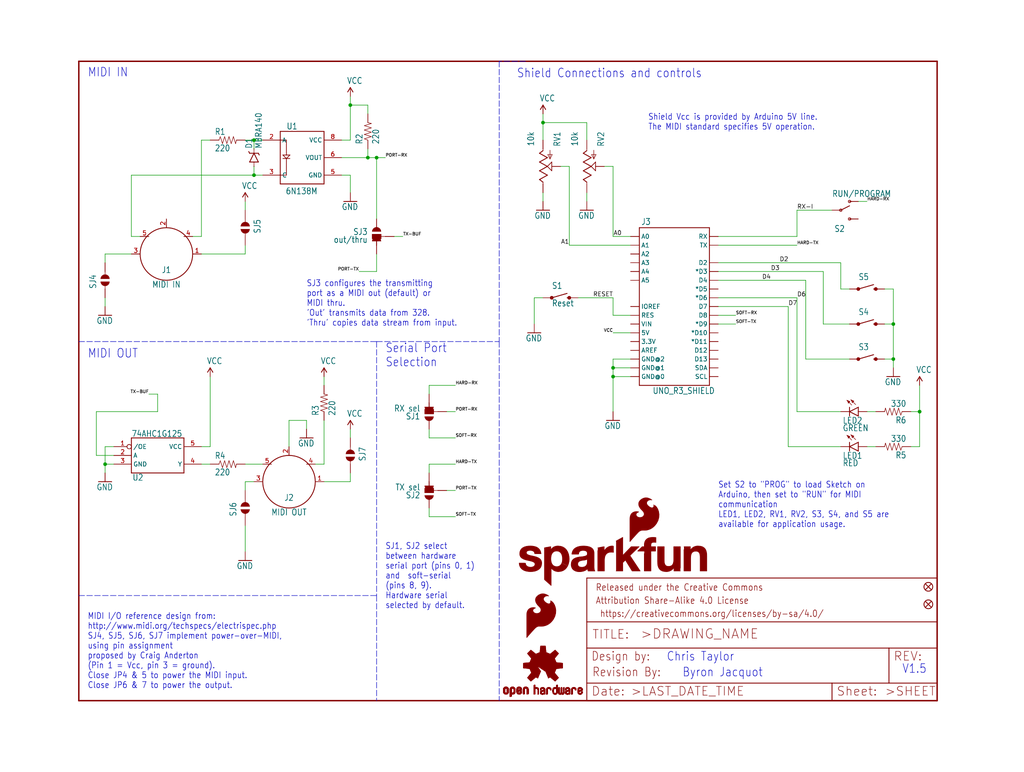
<source format=kicad_sch>
(kicad_sch (version 20211123) (generator eeschema)
  (paper "User" 297.002 223.926)
  (lib_symbols
    (symbol "schematicEagle-eagle-import:220OHM-1{slash}10W-1%(0603)"
      (property "Reference" "R" (at -3.81 1.4986 0))
      (property "Value" "220OHM-1{slash}10W-1%(0603)" (at -3.81 -3.302 0))
      (symbol "220OHM-1{slash}10W-1%(0603)_1_0"
        (pin passive line (at -5.08 0 0) (length 2.54) (name "1") (number "1"))
        (pin passive line (at 5.08 0 180) (length 2.54) (name "2") (number "2"))
      )
    )
    (symbol "schematicEagle-eagle-import:330OHM1{slash}10W1%(0603)"
      (property "Reference" "R" (at -3.81 1.4986 0))
      (property "Value" "330OHM1{slash}10W1%(0603)" (at -3.81 -3.302 0))
      (symbol "330OHM1{slash}10W1%(0603)_1_0"
        (pin passive line (at -5.08 0 0) (length 2.54) (name "1") (number "1"))
        (pin passive line (at 5.08 0 180) (length 2.54) (name "2") (number "2"))
      )
    )
    (symbol "schematicEagle-eagle-import:5-PIN-CIRCULAR-DINNEW"
      (property "Reference" "J" (at 0 -5.588 0))
      (property "Value" "5-PIN-CIRCULAR-DINNEW" (at 0 -7.874 0))
      (symbol "5-PIN-CIRCULAR-DINNEW_1_0"
        (pin bidirectional line (at 10.16 0 180) (length 2.54) (name "1") (number "1"))
        (pin bidirectional line (at 0 10.16 270) (length 2.54) (name "2") (number "2"))
        (pin bidirectional line (at -10.16 0 0) (length 2.54) (name "3") (number "3"))
        (pin bidirectional line (at 7.62 5.08 180) (length 2.54) (name "4") (number "4"))
        (pin bidirectional line (at -7.62 5.08 0) (length 2.54) (name "5") (number "5"))
      )
    )
    (symbol "schematicEagle-eagle-import:74AHC1G125"
      (property "Reference" "U" (at -7.366 -7.366 0))
      (property "Value" "74AHC1G125" (at -7.62 5.334 0))
      (symbol "74AHC1G125_1_0"
        (pin bidirectional inverted (at -12.7 2.54 0) (length 5.08) (name "/OE") (number "1"))
        (pin bidirectional line (at -12.7 0 0) (length 5.08) (name "A") (number "2"))
        (pin bidirectional line (at -12.7 -2.54 0) (length 5.08) (name "GND") (number "3"))
        (pin bidirectional line (at 12.7 -2.54 180) (length 5.08) (name "Y") (number "4"))
        (pin bidirectional line (at 12.7 2.54 180) (length 5.08) (name "VCC") (number "5"))
      )
    )
    (symbol "schematicEagle-eagle-import:ARDUINO_R3_SHIELD"
      (property "Reference" "J" (at -9.652 21.082 0))
      (property "Value" "ARDUINO_R3_SHIELD" (at -6.35 -27.94 0))
      (symbol "ARDUINO_R3_SHIELD_1_0"
        (pin bidirectional line (at -12.7 -12.7 0) (length 2.54) (name "3.3V") (number "3.3V"))
        (pin bidirectional line (at -12.7 -10.16 0) (length 2.54) (name "5V") (number "5V"))
        (pin bidirectional line (at -12.7 17.78 0) (length 2.54) (name "A0") (number "A0"))
        (pin bidirectional line (at -12.7 15.24 0) (length 2.54) (name "A1") (number "A1"))
        (pin bidirectional line (at -12.7 12.7 0) (length 2.54) (name "A2") (number "A2"))
        (pin bidirectional line (at -12.7 10.16 0) (length 2.54) (name "A3") (number "A3"))
        (pin bidirectional line (at -12.7 7.62 0) (length 2.54) (name "A4") (number "A4"))
        (pin bidirectional line (at -12.7 5.08 0) (length 2.54) (name "A5") (number "A5"))
        (pin bidirectional line (at -12.7 -15.24 0) (length 2.54) (name "AREF") (number "AREF"))
        (pin bidirectional line (at 12.7 -10.16 180) (length 2.54) (name "*D10") (number "D10"))
        (pin bidirectional line (at 12.7 -12.7 180) (length 2.54) (name "*D11") (number "D11"))
        (pin bidirectional line (at 12.7 -15.24 180) (length 2.54) (name "D12") (number "D12"))
        (pin bidirectional line (at 12.7 -17.78 180) (length 2.54) (name "D13") (number "D13"))
        (pin bidirectional line (at 12.7 10.16 180) (length 2.54) (name "D2") (number "D2"))
        (pin bidirectional line (at 12.7 7.62 180) (length 2.54) (name "*D3") (number "D3"))
        (pin bidirectional line (at 12.7 5.08 180) (length 2.54) (name "D4") (number "D4"))
        (pin bidirectional line (at 12.7 2.54 180) (length 2.54) (name "*D5") (number "D5"))
        (pin bidirectional line (at 12.7 0 180) (length 2.54) (name "*D6") (number "D6"))
        (pin bidirectional line (at 12.7 -2.54 180) (length 2.54) (name "D7") (number "D7"))
        (pin bidirectional line (at 12.7 -5.08 180) (length 2.54) (name "D8") (number "D8"))
        (pin bidirectional line (at 12.7 -7.62 180) (length 2.54) (name "*D9") (number "D9"))
        (pin bidirectional line (at -12.7 -22.86 0) (length 2.54) (name "GND@0") (number "GND@0"))
        (pin bidirectional line (at -12.7 -20.32 0) (length 2.54) (name "GND@1") (number "GND@1"))
        (pin bidirectional line (at -12.7 -17.78 0) (length 2.54) (name "GND@2") (number "GND@2"))
        (pin bidirectional line (at -12.7 -2.54 0) (length 2.54) (name "IOREF") (number "IOREF"))
        (pin bidirectional line (at -12.7 -5.08 0) (length 2.54) (name "RES") (number "RES"))
        (pin bidirectional line (at 12.7 17.78 180) (length 2.54) (name "RX") (number "RX"))
        (pin bidirectional line (at 12.7 -22.86 180) (length 2.54) (name "SCL") (number "SCL"))
        (pin bidirectional line (at 12.7 -20.32 180) (length 2.54) (name "SDA") (number "SDA"))
        (pin bidirectional line (at 12.7 15.24 180) (length 2.54) (name "TX") (number "TX"))
        (pin bidirectional line (at -12.7 -7.62 0) (length 2.54) (name "VIN") (number "VIN"))
      )
    )
    (symbol "schematicEagle-eagle-import:FIDUCIALUFIDUCIAL")
    (symbol "schematicEagle-eagle-import:FRAME-LETTER"
      (symbol "FRAME-LETTER_2_0"
        (text " https://creativecommons.org/licenses/by-sa/4.0/" (at 2.54 24.13 0) (effects (font (size 1.9304 1.6408)) (justify left bottom)))
        (text ">DRAWING_NAME" (at 15.494 17.78 0) (effects (font (size 2.7432 2.7432)) (justify left bottom)))
        (text ">LAST_DATE_TIME" (at 12.7 1.27 0) (effects (font (size 2.54 2.54)) (justify left bottom)))
        (text ">SHEET" (at 86.36 1.27 0) (effects (font (size 2.54 2.54)) (justify left bottom)))
        (text "Attribution Share-Alike 4.0 License" (at 2.54 27.94 0) (effects (font (size 1.9304 1.6408)) (justify left bottom)))
        (text "Date:" (at 1.27 1.27 0) (effects (font (size 2.54 2.54)) (justify left bottom)))
        (text "Design by:" (at 1.27 11.43 0) (effects (font (size 2.54 2.159)) (justify left bottom)))
        (text "Released under the Creative Commons" (at 2.54 31.75 0) (effects (font (size 1.9304 1.6408)) (justify left bottom)))
        (text "REV:" (at 88.9 11.43 0) (effects (font (size 2.54 2.54)) (justify left bottom)))
        (text "Sheet:" (at 72.39 1.27 0) (effects (font (size 2.54 2.54)) (justify left bottom)))
        (text "TITLE:" (at 1.524 17.78 0) (effects (font (size 2.54 2.54)) (justify left bottom)))
      )
    )
    (symbol "schematicEagle-eagle-import:GND" (power)
      (property "Value" "GND" (at -2.54 -2.54 0))
      (symbol "GND_1_0"
        (pin power_in line (at 0 2.54 270) (length 2.54) (name "GND") (number "1"))
      )
    )
    (symbol "schematicEagle-eagle-import:JUMPER-PAD-2-NOYES_SILK"
      (property "Reference" "SJ" (at -2.54 2.54 0))
      (property "Value" "JUMPER-PAD-2-NOYES_SILK" (at -2.54 -5.08 0))
      (symbol "JUMPER-PAD-2-NOYES_SILK_1_0"
        (pin passive line (at -5.08 0 0) (length 2.54) (name "1") (number "1"))
        (pin passive line (at 5.08 0 180) (length 2.54) (name "2") (number "2"))
      )
    )
    (symbol "schematicEagle-eagle-import:JUMPER-PAD-3-2OF3_NC_BY_TRACE_SMALL"
      (property "Reference" "SJ" (at 2.54 0.381 0))
      (property "Value" "JUMPER-PAD-3-2OF3_NC_BY_TRACE_SMALL" (at 2.54 -1.905 0))
      (symbol "JUMPER-PAD-3-2OF3_NC_BY_TRACE_SMALL_1_0"
        (pin passive line (at 0 5.08 270) (length 2.54) (name "1") (number "1"))
        (pin passive line (at -5.08 0 0) (length 2.54) (name "2") (number "2"))
        (pin passive line (at 0 -5.08 90) (length 2.54) (name "3") (number "3"))
      )
    )
    (symbol "schematicEagle-eagle-import:LED-GREEN0603"
      (property "Reference" "D" (at 3.556 -4.572 90))
      (property "Value" "LED-GREEN0603" (at 5.715 -4.572 90))
      (symbol "LED-GREEN0603_1_0"
        (pin passive line (at 0 2.54 270) (length 2.54) (name "A") (number "A"))
        (pin passive line (at 0 -5.08 90) (length 2.54) (name "C") (number "C"))
      )
    )
    (symbol "schematicEagle-eagle-import:LED-RED0603"
      (property "Reference" "D" (at 3.556 -4.572 90))
      (property "Value" "LED-RED0603" (at 5.715 -4.572 90))
      (symbol "LED-RED0603_1_0"
        (pin passive line (at 0 2.54 270) (length 2.54) (name "A") (number "A"))
        (pin passive line (at 0 -5.08 90) (length 2.54) (name "C") (number "C"))
      )
    )
    (symbol "schematicEagle-eagle-import:MBRA140"
      (property "Reference" "D" (at 2.54 0.4826 0))
      (property "Value" "MBRA140" (at 2.54 -2.3114 0))
      (symbol "MBRA140_1_0"
        (pin passive line (at -2.54 0 0) (length 0) (name "A") (number "A"))
        (pin passive line (at 2.54 0 180) (length 0) (name "C") (number "C"))
      )
    )
    (symbol "schematicEagle-eagle-import:OPTO_DARL_6N138S"
      (property "Reference" "U" (at -3.302 5.588 0))
      (property "Value" "OPTO_DARL_6N138S" (at -3.556 -13.208 0))
      (symbol "OPTO_DARL_6N138S_1_0"
        (pin bidirectional line (at -10.16 2.54 0) (length 5.08) (name "A") (number "2"))
        (pin bidirectional line (at -10.16 -7.62 0) (length 5.08) (name "C") (number "3"))
        (pin bidirectional line (at 12.7 -7.62 180) (length 5.08) (name "GND") (number "5"))
        (pin bidirectional line (at 12.7 -2.54 180) (length 5.08) (name "VOUT") (number "6"))
        (pin bidirectional line (at 12.7 2.54 180) (length 5.08) (name "VCC") (number "8"))
      )
    )
    (symbol "schematicEagle-eagle-import:OSHW-LOGOM")
    (symbol "schematicEagle-eagle-import:OSHW-LOGOS")
    (symbol "schematicEagle-eagle-import:POT"
      (property "Reference" "RV" (at 5.08 -10.16 90))
      (property "Value" "POT" (at -2.54 -10.16 90))
      (symbol "POT_1_0"
        (pin passive line (at 0 7.62 270) (length 2.54) (name "E") (number "P$1"))
        (pin passive line (at 5.08 0 180) (length 2.54) (name "S") (number "P$2"))
        (pin passive line (at 0 -7.62 90) (length 2.54) (name "A") (number "P$3"))
      )
    )
    (symbol "schematicEagle-eagle-import:REVISION"
      (symbol "REVISION_1_0"
        (text "Revision By: " (at 0 0 0) (effects (font (size 2.54 2.159)) (justify left bottom)))
      )
    )
    (symbol "schematicEagle-eagle-import:SFE_LOGO_FLAME.1_INCH")
    (symbol "schematicEagle-eagle-import:SFE_LOGO_NAME_FLAME.2_INCH")
    (symbol "schematicEagle-eagle-import:SWITCH-MOMENTARY-212MM"
      (property "Reference" "S" (at -2.54 2.54 0))
      (property "Value" "SWITCH-MOMENTARY-212MM" (at -2.54 -2.54 0))
      (symbol "SWITCH-MOMENTARY-212MM_1_0"
        (pin passive line (at -5.08 0 0) (length 2.54) (name "1") (number "1"))
        (pin passive line (at 5.08 0 180) (length 2.54) (name "2") (number "3"))
      )
    )
    (symbol "schematicEagle-eagle-import:SWITCH-MOMENTARY-2SMD"
      (property "Reference" "S" (at -2.54 2.54 0))
      (property "Value" "SWITCH-MOMENTARY-2SMD" (at -2.54 -2.54 0))
      (symbol "SWITCH-MOMENTARY-2SMD_1_0"
        (pin passive line (at -5.08 0 0) (length 2.54) (name "1") (number "1"))
        (pin passive line (at 5.08 0 180) (length 2.54) (name "2") (number "3"))
      )
    )
    (symbol "schematicEagle-eagle-import:SWITCH-SPDTSMD"
      (property "Reference" "S" (at -1.905 -6.35 0))
      (property "Value" "SWITCH-SPDTSMD" (at -2.54 3.81 0))
      (symbol "SWITCH-SPDTSMD_1_0"
        (pin passive line (at 5.08 2.54 180) (length 2.54) (name "O") (number "1"))
        (pin passive line (at -2.54 0 0) (length 2.54) (name "P") (number "2"))
        (pin passive line (at 5.08 -2.54 180) (length 2.54) (name "S") (number "3"))
      )
    )
    (symbol "schematicEagle-eagle-import:VCC" (power)
      (property "Value" "VCC" (at -1.016 3.556 0))
      (symbol "VCC_1_0"
        (pin power_in line (at 0 0 90) (length 2.54) (name "VCC") (number "1"))
      )
    )
  )
  (junction (at 109.22 45.72))
  (junction (at 30.48 134.62))
  (junction (at 177.8 109.22))
  (junction (at 101.6 30.48))
  (junction (at 259.08 104.14))
  (junction (at 157.48 35.56))
  (junction (at 106.68 45.72))
  (junction (at 266.7 119.38))
  (junction (at 259.08 93.98))
  (junction (at 73.66 50.8))
  (junction (at 73.66 40.64))
  (junction (at 177.8 106.68))
  (polyline (pts (xy 144.78 17.78) (xy 144.78 99.06)))
  (wire (pts (xy 124.46 137.16) (xy 124.46 134.62)))
  (wire (pts (xy 124.46 134.62) (xy 132.08 134.62)))
  (wire (pts (xy 109.22 73.66) (xy 109.22 78.74)))
  (wire (pts (xy 129.54 142.24) (xy 132.08 142.24)))
  (wire (pts (xy 106.68 33.02) (xy 106.68 30.48)))
  (wire (pts (xy 132.08 111.76) (xy 124.46 111.76)))
  (wire (pts (xy 170.18 55.88) (xy 170.18 58.42)))
  (wire (pts (xy 83.82 121.92) (xy 83.82 129.54)))
  (wire (pts (xy 71.12 73.66) (xy 71.12 71.12)))
  (wire (pts (xy 254 119.38) (xy 251.46 119.38)))
  (wire (pts (xy 71.12 60.96) (xy 71.12 58.42)))
  (polyline (pts (xy 109.22 99.06) (xy 109.22 172.72)))
  (wire (pts (xy 170.18 35.56) (xy 170.18 40.64)))
  (wire (pts (xy 259.08 83.82) (xy 259.08 93.98)))
  (wire (pts (xy 157.48 35.56) (xy 157.48 40.64)))
  (wire (pts (xy 27.94 132.08) (xy 27.94 119.38)))
  (wire (pts (xy 60.96 129.54) (xy 60.96 109.22)))
  (wire (pts (xy 213.36 93.98) (xy 208.28 93.98)))
  (wire (pts (xy 40.64 68.58) (xy 38.1 68.58)))
  (wire (pts (xy 157.48 55.88) (xy 157.48 58.42)))
  (wire (pts (xy 233.68 104.14) (xy 233.68 81.28)))
  (wire (pts (xy 264.16 119.38) (xy 266.7 119.38)))
  (wire (pts (xy 167.64 86.36) (xy 177.8 86.36)))
  (wire (pts (xy 154.94 86.36) (xy 154.94 93.98)))
  (wire (pts (xy 254 129.54) (xy 251.46 129.54)))
  (wire (pts (xy 106.68 30.48) (xy 101.6 30.48)))
  (wire (pts (xy 76.2 40.64) (xy 73.66 40.64)))
  (wire (pts (xy 246.38 83.82) (xy 243.84 83.82)))
  (wire (pts (xy 33.02 132.08) (xy 27.94 132.08)))
  (wire (pts (xy 109.22 45.72) (xy 111.76 45.72)))
  (wire (pts (xy 233.68 81.28) (xy 208.28 81.28)))
  (wire (pts (xy 116.84 68.58) (xy 114.3 68.58)))
  (wire (pts (xy 101.6 127) (xy 101.6 124.46)))
  (wire (pts (xy 30.48 76.2) (xy 30.48 73.66)))
  (wire (pts (xy 243.84 119.38) (xy 231.14 119.38)))
  (wire (pts (xy 266.7 129.54) (xy 264.16 129.54)))
  (wire (pts (xy 99.06 40.64) (xy 101.6 40.64)))
  (wire (pts (xy 88.9 121.92) (xy 83.82 121.92)))
  (wire (pts (xy 30.48 137.16) (xy 30.48 134.62)))
  (wire (pts (xy 30.48 134.62) (xy 30.48 129.54)))
  (wire (pts (xy 73.66 43.18) (xy 73.66 40.64)))
  (wire (pts (xy 58.42 129.54) (xy 60.96 129.54)))
  (wire (pts (xy 101.6 30.48) (xy 101.6 27.94)))
  (wire (pts (xy 256.54 93.98) (xy 259.08 93.98)))
  (wire (pts (xy 101.6 139.7) (xy 101.6 137.16)))
  (wire (pts (xy 157.48 35.56) (xy 157.48 33.02)))
  (wire (pts (xy 124.46 147.32) (xy 124.46 149.86)))
  (wire (pts (xy 256.54 83.82) (xy 259.08 83.82)))
  (wire (pts (xy 213.36 91.44) (xy 208.28 91.44)))
  (wire (pts (xy 132.08 149.86) (xy 124.46 149.86)))
  (wire (pts (xy 243.84 129.54) (xy 228.6 129.54)))
  (wire (pts (xy 238.76 78.74) (xy 208.28 78.74)))
  (wire (pts (xy 246.38 104.14) (xy 233.68 104.14)))
  (wire (pts (xy 266.7 119.38) (xy 266.7 111.76)))
  (wire (pts (xy 101.6 40.64) (xy 101.6 30.48)))
  (wire (pts (xy 93.98 111.76) (xy 93.98 109.22)))
  (wire (pts (xy 30.48 73.66) (xy 38.1 73.66)))
  (wire (pts (xy 208.28 71.12) (xy 231.14 71.12)))
  (wire (pts (xy 99.06 50.8) (xy 101.6 50.8)))
  (wire (pts (xy 101.6 50.8) (xy 101.6 55.88)))
  (wire (pts (xy 177.8 91.44) (xy 177.8 86.36)))
  (polyline (pts (xy 109.22 172.72) (xy 109.22 203.2)))
  (wire (pts (xy 157.48 86.36) (xy 154.94 86.36)))
  (wire (pts (xy 129.54 119.38) (xy 132.08 119.38)))
  (polyline (pts (xy 109.22 99.06) (xy 144.78 99.06)))
  (wire (pts (xy 58.42 73.66) (xy 71.12 73.66)))
  (wire (pts (xy 165.1 48.26) (xy 165.1 71.12)))
  (wire (pts (xy 109.22 45.72) (xy 109.22 63.5)))
  (polyline (pts (xy 22.86 172.72) (xy 109.22 172.72)))
  (wire (pts (xy 93.98 139.7) (xy 101.6 139.7)))
  (wire (pts (xy 177.8 48.26) (xy 175.26 48.26)))
  (wire (pts (xy 99.06 45.72) (xy 106.68 45.72)))
  (wire (pts (xy 256.54 104.14) (xy 259.08 104.14)))
  (wire (pts (xy 58.42 40.64) (xy 60.96 40.64)))
  (wire (pts (xy 124.46 114.3) (xy 124.46 111.76)))
  (wire (pts (xy 231.14 68.58) (xy 231.14 60.96)))
  (wire (pts (xy 182.88 96.52) (xy 177.8 96.52)))
  (wire (pts (xy 93.98 134.62) (xy 93.98 121.92)))
  (wire (pts (xy 246.38 93.98) (xy 238.76 93.98)))
  (wire (pts (xy 228.6 88.9) (xy 208.28 88.9)))
  (wire (pts (xy 71.12 134.62) (xy 76.2 134.62)))
  (wire (pts (xy 177.8 91.44) (xy 182.88 91.44)))
  (wire (pts (xy 243.84 76.2) (xy 208.28 76.2)))
  (wire (pts (xy 71.12 142.24) (xy 71.12 139.7)))
  (wire (pts (xy 238.76 93.98) (xy 238.76 78.74)))
  (wire (pts (xy 76.2 50.8) (xy 73.66 50.8)))
  (wire (pts (xy 73.66 48.26) (xy 73.66 50.8)))
  (wire (pts (xy 71.12 160.02) (xy 71.12 152.4)))
  (wire (pts (xy 259.08 93.98) (xy 259.08 104.14)))
  (wire (pts (xy 170.18 35.56) (xy 157.48 35.56)))
  (wire (pts (xy 124.46 124.46) (xy 124.46 127)))
  (wire (pts (xy 165.1 48.26) (xy 162.56 48.26)))
  (wire (pts (xy 132.08 127) (xy 124.46 127)))
  (wire (pts (xy 30.48 86.36) (xy 30.48 88.9)))
  (wire (pts (xy 248.92 58.42) (xy 251.46 58.42)))
  (wire (pts (xy 231.14 86.36) (xy 208.28 86.36)))
  (wire (pts (xy 106.68 45.72) (xy 109.22 45.72)))
  (wire (pts (xy 182.88 109.22) (xy 177.8 109.22)))
  (wire (pts (xy 208.28 68.58) (xy 231.14 68.58)))
  (wire (pts (xy 73.66 40.64) (xy 71.12 40.64)))
  (wire (pts (xy 30.48 129.54) (xy 33.02 129.54)))
  (polyline (pts (xy 152.4 17.78) (xy 144.78 17.78)))
  (wire (pts (xy 88.9 124.46) (xy 88.9 121.92)))
  (wire (pts (xy 259.08 104.14) (xy 259.08 106.68)))
  (wire (pts (xy 177.8 104.14) (xy 177.8 106.68)))
  (wire (pts (xy 177.8 109.22) (xy 177.8 119.38)))
  (wire (pts (xy 71.12 139.7) (xy 73.66 139.7)))
  (wire (pts (xy 182.88 68.58) (xy 177.8 68.58)))
  (wire (pts (xy 58.42 134.62) (xy 60.96 134.62)))
  (wire (pts (xy 177.8 106.68) (xy 177.8 109.22)))
  (wire (pts (xy 109.22 78.74) (xy 104.14 78.74)))
  (wire (pts (xy 30.48 134.62) (xy 33.02 134.62)))
  (wire (pts (xy 38.1 50.8) (xy 73.66 50.8)))
  (wire (pts (xy 266.7 119.38) (xy 266.7 129.54)))
  (wire (pts (xy 58.42 68.58) (xy 58.42 40.64)))
  (wire (pts (xy 182.88 106.68) (xy 177.8 106.68)))
  (wire (pts (xy 177.8 68.58) (xy 177.8 48.26)))
  (wire (pts (xy 243.84 83.82) (xy 243.84 76.2)))
  (wire (pts (xy 231.14 119.38) (xy 231.14 86.36)))
  (wire (pts (xy 45.72 114.3) (xy 43.18 114.3)))
  (wire (pts (xy 55.88 68.58) (xy 58.42 68.58)))
  (wire (pts (xy 27.94 119.38) (xy 45.72 119.38)))
  (polyline (pts (xy 22.86 99.06) (xy 109.22 99.06)))
  (polyline (pts (xy 144.78 99.06) (xy 144.78 203.2)))
  (wire (pts (xy 38.1 68.58) (xy 38.1 50.8)))
  (wire (pts (xy 106.68 45.72) (xy 106.68 43.18)))
  (wire (pts (xy 165.1 71.12) (xy 182.88 71.12)))
  (wire (pts (xy 45.72 119.38) (xy 45.72 114.3)))
  (wire (pts (xy 177.8 104.14) (xy 182.88 104.14)))
  (wire (pts (xy 231.14 60.96) (xy 241.3 60.96)))
  (wire (pts (xy 228.6 129.54) (xy 228.6 88.9)))
  (wire (pts (xy 91.44 134.62) (xy 93.98 134.62)))
  (text "MIDI OUT" (at 25.4 104.14 180) (effects (font (size 2.54 2.159)) (justify left bottom)))
  (text "SJ3 configures the transmitting\nport as a MIDI out (default) or\nMIDI thru.\n'Out' transmits data from 328.\n'Thru' copies data stream from input." (at 88.9 81.28 0) (effects (font (size 1.778 1.5113)) (justify left top)))
  (text "Shield Vcc is provided by Arduino 5V line.\nThe MIDI standard specifies 5V operation." (at 187.96 33.02 0) (effects (font (size 1.778 1.5113)) (justify left top)))
  (text "Shield Connections and controls" (at 149.86 22.86 180) (effects (font (size 2.54 2.159)) (justify left bottom)))
  (text "V1.5" (at 261.62 195.58 180) (effects (font (size 2.54 2.159)) (justify left bottom)))
  (text "SJ1, SJ2 select\nbetween hardware\nserial port (pins 0, 1)\nand  soft-serial\n(pins 8, 9).\nHardware serial\nselected by default." (at 111.76 157.48 0) (effects (font (size 1.778 1.5113)) (justify left top)))
  (text "MIDI IN" (at 25.4 22.606 180) (effects (font (size 2.54 2.159)) (justify left bottom)))
  (text "MIDI I/O reference design from:\nhttp://www.midi.org/techspecs/electrispec.php\nSJ4, SJ5, SJ6, SJ7 implement power-over-MIDI,\nusing pin assignment\nproposed by Craig Anderton\n(Pin 1 = Vcc, pin 3 = ground).\nClose JP4 & 5 to power the MIDI input.\nClose JP6 & 7 to power the output." (at 25.4 177.8 0) (effects (font (size 1.778 1.5113)) (justify left top)))
  (text "Set S2 to \"PROG\" to load Sketch on\nArduino, then set to \"RUN\" for MIDI\ncommunication\nLED1, LED2, RV1, RV2, S3, S4, and S5 are\navailable for application usage." (at 208.28 139.7 0) (effects (font (size 1.778 1.5113)) (justify left top)))
  (text "Byron Jacquot" (at 197.866 196.596 180) (effects (font (size 2.54 2.159)) (justify left bottom)))
  (text "Serial Port\nSelection" (at 111.76 106.68 180) (effects (font (size 2.54 2.159)) (justify left bottom)))
  (text "Chris Taylor" (at 193.294 192.024 180) (effects (font (size 2.54 2.159)) (justify left bottom)))
  (label "HARD-RX" (at 132.08 111.76 0) (effects (font (size 0.889 0.889))))
  (label "PORT-TX" (at 104.14 78.74 180) (effects (font (size 0.889 0.889))))
  (label "TX-BUF" (at 43.18 114.3 180) (effects (font (size 0.889 0.889))))
  (label "SOFT-RX" (at 213.36 91.44 0) (effects (font (size 0.889 0.889))))
  (label "SOFT-RX" (at 132.08 127 0) (effects (font (size 0.889 0.889))))
  (label "D2" (at 226.06 76.2 0) (effects (font (size 1.2446 1.2446))))
  (label "D4" (at 220.98 81.28 0) (effects (font (size 1.2446 1.2446))))
  (label "HARD-TX" (at 231.14 71.12 0) (effects (font (size 0.889 0.889))))
  (label "PORT-TX" (at 132.08 142.24 0) (effects (font (size 0.889 0.889))))
  (label "RESET" (at 177.8 86.36 180) (effects (font (size 1.2446 1.2446))))
  (label "SOFT-TX" (at 213.36 93.98 0) (effects (font (size 0.889 0.889))))
  (label "A0" (at 180.34 68.58 180) (effects (font (size 1.2446 1.2446))))
  (label "D6" (at 231.14 86.36 0) (effects (font (size 1.2446 1.2446))))
  (label "PORT-RX" (at 132.08 119.38 0) (effects (font (size 0.889 0.889))))
  (label "HARD-TX" (at 132.08 134.62 0) (effects (font (size 0.889 0.889))))
  (label "A1" (at 165.1 71.12 180) (effects (font (size 1.2446 1.2446))))
  (label "D7" (at 228.6 88.9 0) (effects (font (size 1.2446 1.2446))))
  (label "RX-I" (at 231.14 60.96 0) (effects (font (size 1.2446 1.2446))))
  (label "VCC" (at 177.8 96.52 180) (effects (font (size 0.889 0.889))))
  (label "PORT-RX" (at 111.76 45.72 0) (effects (font (size 0.889 0.889))))
  (label "D3" (at 223.52 78.74 0) (effects (font (size 1.2446 1.2446))))
  (label "TX-BUF" (at 116.84 68.58 0) (effects (font (size 0.889 0.889))))
  (label "SOFT-TX" (at 132.08 149.86 0) (effects (font (size 0.889 0.889))))
  (label "HARD-RX" (at 251.46 58.42 0) (effects (font (size 0.889 0.889))))
  (symbol (lib_id "schematicEagle-eagle-import:VCC") (at 71.12 58.42 0) (unit 1)
    (property "Reference" "#P+7" (effects hide))
    (property "Value" "VCC" (at 70.104 54.864 0) (effects (font (size 1.778 1.5113)) (justify left bottom)))
    (property "Footprint" "schematicEagle:" (effects hide))
  )
  (symbol (lib_id "schematicEagle-eagle-import:POT") (at 157.48 48.26 0) (mirror x) (unit 1)
    (property "Reference" "RV1" (at 162.56 38.1 90) (effects (font (size 1.778 1.5113)) (justify left bottom)))
    (property "Value" "10k" (at 154.94 38.1 90) (effects (font (size 1.778 1.5113)) (justify left bottom)))
    (property "Footprint" "schematicEagle:ALPS_POT" (effects hide))
  )
  (symbol (lib_id "schematicEagle-eagle-import:330OHM1{slash}10W1%(0603)") (at 259.08 119.38 180) (unit 1)
    (property "Reference" "R6" (at 262.89 120.8786 0) (effects (font (size 1.778 1.5113)) (justify left bottom)))
    (property "Value" "330" (at 262.89 116.078 0) (effects (font (size 1.778 1.5113)) (justify left bottom)))
    (property "Footprint" "schematicEagle:0603-RES" (effects hide))
  )
  (symbol (lib_id "schematicEagle-eagle-import:VCC") (at 60.96 109.22 0) (unit 1)
    (property "Reference" "#P+5" (effects hide))
    (property "Value" "VCC" (at 59.944 105.664 0) (effects (font (size 1.778 1.5113)) (justify left bottom)))
    (property "Footprint" "schematicEagle:" (effects hide))
  )
  (symbol (lib_id "schematicEagle-eagle-import:LED-GREEN0603") (at 248.92 119.38 270) (unit 1)
    (property "Reference" "LED2" (at 244.348 122.936 90) (effects (font (size 1.778 1.5113)) (justify left bottom)))
    (property "Value" "GREEN" (at 244.348 125.095 90) (effects (font (size 1.778 1.5113)) (justify left bottom)))
    (property "Footprint" "schematicEagle:LED-0603" (effects hide))
  )
  (symbol (lib_id "schematicEagle-eagle-import:POT") (at 170.18 48.26 0) (mirror x) (unit 1)
    (property "Reference" "RV2" (at 175.26 38.1 90) (effects (font (size 1.778 1.5113)) (justify left bottom)))
    (property "Value" "10k" (at 167.64 38.1 90) (effects (font (size 1.778 1.5113)) (justify left bottom)))
    (property "Footprint" "schematicEagle:ALPS_POT" (effects hide))
  )
  (symbol (lib_id "schematicEagle-eagle-import:VCC") (at 101.6 124.46 0) (unit 1)
    (property "Reference" "#P+6" (effects hide))
    (property "Value" "VCC" (at 100.584 120.904 0) (effects (font (size 1.778 1.5113)) (justify left bottom)))
    (property "Footprint" "schematicEagle:" (effects hide))
  )
  (symbol (lib_id "schematicEagle-eagle-import:GND") (at 101.6 58.42 0) (unit 1)
    (property "Reference" "#GND1" (effects hide))
    (property "Value" "GND" (at 99.06 60.96 0) (effects (font (size 1.778 1.5113)) (justify left bottom)))
    (property "Footprint" "schematicEagle:" (effects hide))
  )
  (symbol (lib_id "schematicEagle-eagle-import:330OHM1{slash}10W1%(0603)") (at 259.08 129.54 180) (unit 1)
    (property "Reference" "R5" (at 262.89 131.0386 0) (effects (font (size 1.778 1.5113)) (justify left bottom)))
    (property "Value" "330" (at 262.89 126.238 0) (effects (font (size 1.778 1.5113)) (justify left bottom)))
    (property "Footprint" "schematicEagle:0603-RES" (effects hide))
  )
  (symbol (lib_id "schematicEagle-eagle-import:GND") (at 71.12 162.56 0) (unit 1)
    (property "Reference" "#GND10" (effects hide))
    (property "Value" "GND" (at 68.58 165.1 0) (effects (font (size 1.778 1.5113)) (justify left bottom)))
    (property "Footprint" "schematicEagle:" (effects hide))
  )
  (symbol (lib_id "schematicEagle-eagle-import:GND") (at 30.48 91.44 0) (unit 1)
    (property "Reference" "#GND9" (effects hide))
    (property "Value" "GND" (at 27.94 93.98 0) (effects (font (size 1.778 1.5113)) (justify left bottom)))
    (property "Footprint" "schematicEagle:" (effects hide))
  )
  (symbol (lib_id "schematicEagle-eagle-import:VCC") (at 266.7 111.76 0) (unit 1)
    (property "Reference" "#P+4" (effects hide))
    (property "Value" "VCC" (at 265.684 108.204 0) (effects (font (size 1.778 1.5113)) (justify left bottom)))
    (property "Footprint" "schematicEagle:" (effects hide))
  )
  (symbol (lib_id "schematicEagle-eagle-import:GND") (at 30.48 139.7 0) (unit 1)
    (property "Reference" "#GND8" (effects hide))
    (property "Value" "GND" (at 27.94 142.24 0) (effects (font (size 1.778 1.5113)) (justify left bottom)))
    (property "Footprint" "schematicEagle:" (effects hide))
  )
  (symbol (lib_id "schematicEagle-eagle-import:JUMPER-PAD-2-NOYES_SILK") (at 30.48 81.28 90) (unit 1)
    (property "Reference" "SJ4" (at 27.94 83.82 0) (effects (font (size 1.778 1.5113)) (justify left bottom)))
    (property "Value" "JUMPER-PAD-2-NOYES_SILK" (effects hide))
    (property "Footprint" "schematicEagle:PAD-JUMPER-2-NO_YES_SILK" (effects hide))
  )
  (symbol (lib_id "schematicEagle-eagle-import:FIDUCIALUFIDUCIAL") (at 269.24 175.26 0) (unit 1)
    (property "Reference" "FID2" (effects hide))
    (property "Value" "FIDUCIALUFIDUCIAL" (effects hide))
    (property "Footprint" "schematicEagle:MICRO-FIDUCIAL" (effects hide))
  )
  (symbol (lib_id "schematicEagle-eagle-import:OPTO_DARL_6N138S") (at 86.36 43.18 0) (unit 1)
    (property "Reference" "U1" (at 83.058 37.592 0) (effects (font (size 1.778 1.5113)) (justify left bottom)))
    (property "Value" "6N138M" (at 82.804 56.388 0) (effects (font (size 1.778 1.5113)) (justify left bottom)))
    (property "Footprint" "schematicEagle:8-SMD" (effects hide))
  )
  (symbol (lib_id "schematicEagle-eagle-import:220OHM-1{slash}10W-1%(0603)") (at 93.98 116.84 90) (unit 1)
    (property "Reference" "R3" (at 92.4814 120.65 0) (effects (font (size 1.778 1.5113)) (justify left bottom)))
    (property "Value" "220" (at 97.282 120.65 0) (effects (font (size 1.778 1.5113)) (justify left bottom)))
    (property "Footprint" "schematicEagle:0603-RES" (effects hide))
  )
  (symbol (lib_id "schematicEagle-eagle-import:GND") (at 88.9 127 0) (unit 1)
    (property "Reference" "#GND7" (effects hide))
    (property "Value" "GND" (at 86.36 129.54 0) (effects (font (size 1.778 1.5113)) (justify left bottom)))
    (property "Footprint" "schematicEagle:" (effects hide))
  )
  (symbol (lib_id "schematicEagle-eagle-import:SWITCH-MOMENTARY-212MM") (at 251.46 93.98 0) (unit 1)
    (property "Reference" "S4" (at 248.92 91.44 0) (effects (font (size 1.778 1.5113)) (justify left bottom)))
    (property "Value" "SWITCH-MOMENTARY-212MM" (effects hide))
    (property "Footprint" "schematicEagle:TACTILE-PTH-12MM" (effects hide))
  )
  (symbol (lib_id "schematicEagle-eagle-import:FRAME-LETTER") (at 170.18 203.2 0) (unit 2)
    (property "Reference" "FRAME1" (effects hide))
    (property "Value" "Frame" (effects hide))
    (property "Footprint" "schematicEagle:CREATIVE_COMMONS" (effects hide))
  )
  (symbol (lib_id "schematicEagle-eagle-import:GND") (at 177.8 121.92 0) (unit 1)
    (property "Reference" "#GND2" (effects hide))
    (property "Value" "GND" (at 175.26 124.46 0) (effects (font (size 1.778 1.5113)) (justify left bottom)))
    (property "Footprint" "schematicEagle:" (effects hide))
  )
  (symbol (lib_id "schematicEagle-eagle-import:SWITCH-MOMENTARY-2SMD") (at 162.56 86.36 0) (unit 1)
    (property "Reference" "S1" (at 160.02 83.82 0) (effects (font (size 1.778 1.5113)) (justify left bottom)))
    (property "Value" "Reset" (at 160.02 88.9 0) (effects (font (size 1.778 1.5113)) (justify left bottom)))
    (property "Footprint" "schematicEagle:TACTILE-SWITCH-SMD" (effects hide))
  )
  (symbol (lib_id "schematicEagle-eagle-import:JUMPER-PAD-2-NOYES_SILK") (at 71.12 147.32 90) (unit 1)
    (property "Reference" "SJ6" (at 68.58 149.86 0) (effects (font (size 1.778 1.5113)) (justify left bottom)))
    (property "Value" "JUMPER-PAD-2-NOYES_SILK" (effects hide))
    (property "Footprint" "schematicEagle:PAD-JUMPER-2-NO_YES_SILK" (effects hide))
  )
  (symbol (lib_id "schematicEagle-eagle-import:JUMPER-PAD-2-NOYES_SILK") (at 71.12 66.04 270) (unit 1)
    (property "Reference" "SJ5" (at 73.66 63.5 0) (effects (font (size 1.778 1.5113)) (justify left bottom)))
    (property "Value" "JUMPER-PAD-2-NOYES_SILK" (effects hide))
    (property "Footprint" "schematicEagle:PAD-JUMPER-2-NO_YES_SILK" (effects hide))
  )
  (symbol (lib_id "schematicEagle-eagle-import:VCC") (at 157.48 33.02 0) (unit 1)
    (property "Reference" "#P+3" (effects hide))
    (property "Value" "VCC" (at 156.464 29.464 0) (effects (font (size 1.778 1.5113)) (justify left bottom)))
    (property "Footprint" "schematicEagle:" (effects hide))
  )
  (symbol (lib_id "schematicEagle-eagle-import:MBRA140") (at 73.66 45.72 90) (unit 1)
    (property "Reference" "D1" (at 73.1774 43.18 0) (effects (font (size 1.778 1.5113)) (justify left bottom)))
    (property "Value" "MBRA140" (at 75.9714 43.18 0) (effects (font (size 1.778 1.5113)) (justify left bottom)))
    (property "Footprint" "schematicEagle:SMA-DIODE" (effects hide))
  )
  (symbol (lib_id "schematicEagle-eagle-import:SWITCH-SPDTSMD") (at 243.84 60.96 0) (unit 1)
    (property "Reference" "S2" (at 241.935 67.31 0) (effects (font (size 1.778 1.5113)) (justify left bottom)))
    (property "Value" "RUN/PROGRAM" (at 241.3 57.15 0) (effects (font (size 1.778 1.5113)) (justify left bottom)))
    (property "Footprint" "schematicEagle:AYZ0202" (effects hide))
  )
  (symbol (lib_id "schematicEagle-eagle-import:5-PIN-CIRCULAR-DINNEW") (at 83.82 139.7 0) (unit 1)
    (property "Reference" "J2" (at 83.82 145.288 0) (effects (font (size 1.778 1.5113)) (justify bottom)))
    (property "Value" "MIDI OUT" (at 83.82 147.574 0) (effects (font (size 1.778 1.5113)) (justify top)))
    (property "Footprint" "schematicEagle:5-PIN-DIN-RA-PCB-NEW" (effects hide))
  )
  (symbol (lib_id "schematicEagle-eagle-import:74AHC1G125") (at 45.72 132.08 0) (unit 1)
    (property "Reference" "U2" (at 38.354 139.446 0) (effects (font (size 1.778 1.5113)) (justify left bottom)))
    (property "Value" "74AHC1G125" (at 38.1 126.746 0) (effects (font (size 1.778 1.5113)) (justify left bottom)))
    (property "Footprint" "schematicEagle:SOT23-5" (effects hide))
  )
  (symbol (lib_id "schematicEagle-eagle-import:FIDUCIALUFIDUCIAL") (at 269.24 170.18 0) (unit 1)
    (property "Reference" "FID1" (effects hide))
    (property "Value" "FIDUCIALUFIDUCIAL" (effects hide))
    (property "Footprint" "schematicEagle:MICRO-FIDUCIAL" (effects hide))
  )
  (symbol (lib_id "schematicEagle-eagle-import:GND") (at 154.94 96.52 0) (unit 1)
    (property "Reference" "#GND4" (effects hide))
    (property "Value" "GND" (at 152.4 99.06 0) (effects (font (size 1.778 1.5113)) (justify left bottom)))
    (property "Footprint" "schematicEagle:" (effects hide))
  )
  (symbol (lib_id "schematicEagle-eagle-import:ARDUINO_R3_SHIELD") (at 195.58 86.36 0) (unit 1)
    (property "Reference" "J3" (at 185.928 65.278 0) (effects (font (size 1.778 1.5113)) (justify left bottom)))
    (property "Value" "UNO_R3_SHIELD" (at 189.23 114.3 0) (effects (font (size 1.778 1.5113)) (justify left bottom)))
    (property "Footprint" "schematicEagle:UNO_R3_SHIELD" (effects hide))
  )
  (symbol (lib_id "schematicEagle-eagle-import:FRAME-LETTER") (at 22.86 203.2 0) (unit 1)
    (property "Reference" "FRAME1" (effects hide))
    (property "Value" "Frame" (effects hide))
    (property "Footprint" "schematicEagle:CREATIVE_COMMONS" (effects hide))
  )
  (symbol (lib_id "schematicEagle-eagle-import:REVISION") (at 171.704 196.342 0) (unit 1)
    (property "Reference" "U$1" (effects hide))
    (property "Value" "REVISION" (effects hide))
    (property "Footprint" "schematicEagle:REVISION" (effects hide))
  )
  (symbol (lib_id "schematicEagle-eagle-import:220OHM-1{slash}10W-1%(0603)") (at 66.04 40.64 0) (unit 1)
    (property "Reference" "R1" (at 62.23 39.1414 0) (effects (font (size 1.778 1.5113)) (justify left bottom)))
    (property "Value" "220" (at 62.23 43.942 0) (effects (font (size 1.778 1.5113)) (justify left bottom)))
    (property "Footprint" "schematicEagle:0603-RES" (effects hide))
  )
  (symbol (lib_id "schematicEagle-eagle-import:GND") (at 259.08 109.22 0) (unit 1)
    (property "Reference" "#GND3" (effects hide))
    (property "Value" "GND" (at 256.54 111.76 0) (effects (font (size 1.778 1.5113)) (justify left bottom)))
    (property "Footprint" "schematicEagle:" (effects hide))
  )
  (symbol (lib_id "schematicEagle-eagle-import:VCC") (at 101.6 27.94 0) (unit 1)
    (property "Reference" "#P+1" (effects hide))
    (property "Value" "VCC" (at 100.584 24.384 0) (effects (font (size 1.778 1.5113)) (justify left bottom)))
    (property "Footprint" "schematicEagle:" (effects hide))
  )
  (symbol (lib_id "schematicEagle-eagle-import:SFE_LOGO_NAME_FLAME.2_INCH") (at 149.86 170.18 0) (unit 1)
    (property "Reference" "LOGO1" (effects hide))
    (property "Value" "SFE_LOGO_NAME_FLAME.2_INCH" (effects hide))
    (property "Footprint" "schematicEagle:SFE_LOGO_NAME_FLAME_.2" (effects hide))
  )
  (symbol (lib_id "schematicEagle-eagle-import:220OHM-1{slash}10W-1%(0603)") (at 106.68 38.1 90) (unit 1)
    (property "Reference" "R2" (at 105.1814 41.91 0) (effects (font (size 1.778 1.5113)) (justify left bottom)))
    (property "Value" "220" (at 109.982 41.91 0) (effects (font (size 1.778 1.5113)) (justify left bottom)))
    (property "Footprint" "schematicEagle:0603-RES" (effects hide))
  )
  (symbol (lib_id "schematicEagle-eagle-import:LED-RED0603") (at 248.92 129.54 270) (unit 1)
    (property "Reference" "LED1" (at 244.348 133.096 90) (effects (font (size 1.778 1.5113)) (justify left bottom)))
    (property "Value" "RED" (at 244.348 135.255 90) (effects (font (size 1.778 1.5113)) (justify left bottom)))
    (property "Footprint" "schematicEagle:LED-0603" (effects hide))
  )
  (symbol (lib_id "schematicEagle-eagle-import:JUMPER-PAD-2-NOYES_SILK") (at 101.6 132.08 270) (unit 1)
    (property "Reference" "SJ7" (at 104.14 129.54 0) (effects (font (size 1.778 1.5113)) (justify left bottom)))
    (property "Value" "JUMPER-PAD-2-NOYES_SILK" (effects hide))
    (property "Footprint" "schematicEagle:PAD-JUMPER-2-NO_YES_SILK" (effects hide))
  )
  (symbol (lib_id "schematicEagle-eagle-import:5-PIN-CIRCULAR-DINNEW") (at 48.26 73.66 0) (unit 1)
    (property "Reference" "J1" (at 48.26 79.248 0) (effects (font (size 1.778 1.5113)) (justify bottom)))
    (property "Value" "MIDI IN" (at 48.26 81.534 0) (effects (font (size 1.778 1.5113)) (justify top)))
    (property "Footprint" "schematicEagle:5-PIN-DIN-RA-PCB-NEW" (effects hide))
  )
  (symbol (lib_id "schematicEagle-eagle-import:GND") (at 170.18 60.96 0) (unit 1)
    (property "Reference" "#GND5" (effects hide))
    (property "Value" "GND" (at 167.64 63.5 0) (effects (font (size 1.778 1.5113)) (justify left bottom)))
    (property "Footprint" "schematicEagle:" (effects hide))
  )
  (symbol (lib_id "schematicEagle-eagle-import:OSHW-LOGOM") (at 157.48 193.04 0) (unit 1)
    (property "Reference" "LOGO3" (effects hide))
    (property "Value" "OSHW-LOGOM" (effects hide))
    (property "Footprint" "schematicEagle:OSHW-LOGO-M" (effects hide))
  )
  (symbol (lib_id "schematicEagle-eagle-import:JUMPER-PAD-3-2OF3_NC_BY_TRACE_SMALL") (at 109.22 68.58 0) (mirror y) (unit 1)
    (property "Reference" "SJ3" (at 106.68 68.199 0) (effects (font (size 1.778 1.5113)) (justify left bottom)))
    (property "Value" "out/thru" (at 106.68 70.485 0) (effects (font (size 1.778 1.5113)) (justify left bottom)))
    (property "Footprint" "schematicEagle:PAD-JUMPER-3-2OF3_NC_BY_TRACE_YES_SILK_FULL_BOX" (effects hide))
  )
  (symbol (lib_id "schematicEagle-eagle-import:SWITCH-MOMENTARY-212MM") (at 251.46 104.14 0) (unit 1)
    (property "Reference" "S3" (at 248.92 101.6 0) (effects (font (size 1.778 1.5113)) (justify left bottom)))
    (property "Value" "SWITCH-MOMENTARY-212MM" (effects hide))
    (property "Footprint" "schematicEagle:TACTILE-PTH-12MM" (effects hide))
  )
  (symbol (lib_id "schematicEagle-eagle-import:220OHM-1{slash}10W-1%(0603)") (at 66.04 134.62 0) (unit 1)
    (property "Reference" "R4" (at 62.23 133.1214 0) (effects (font (size 1.778 1.5113)) (justify left bottom)))
    (property "Value" "220" (at 62.23 137.922 0) (effects (font (size 1.778 1.5113)) (justify left bottom)))
    (property "Footprint" "schematicEagle:0603-RES" (effects hide))
  )
  (symbol (lib_id "schematicEagle-eagle-import:SFE_LOGO_FLAME.1_INCH") (at 152.4 185.42 0) (unit 1)
    (property "Reference" "LOGO5" (effects hide))
    (property "Value" "SFE_LOGO_FLAME.1_INCH" (effects hide))
    (property "Footprint" "schematicEagle:SFE_LOGO_FLAME_.1" (effects hide))
  )
  (symbol (lib_id "schematicEagle-eagle-import:JUMPER-PAD-3-2OF3_NC_BY_TRACE_SMALL") (at 124.46 142.24 180) (unit 1)
    (property "Reference" "SJ2" (at 121.92 142.621 0) (effects (font (size 1.778 1.5113)) (justify left bottom)))
    (property "Value" "TX sel" (at 121.92 140.335 0) (effects (font (size 1.778 1.5113)) (justify left bottom)))
    (property "Footprint" "schematicEagle:PAD-JUMPER-3-2OF3_NC_BY_TRACE_YES_SILK_FULL_BOX" (effects hide))
  )
  (symbol (lib_id "schematicEagle-eagle-import:JUMPER-PAD-3-2OF3_NC_BY_TRACE_SMALL") (at 124.46 119.38 180) (unit 1)
    (property "Reference" "SJ1" (at 121.92 119.761 0) (effects (font (size 1.778 1.5113)) (justify left bottom)))
    (property "Value" "RX sel" (at 121.92 117.475 0) (effects (font (size 1.778 1.5113)) (justify left bottom)))
    (property "Footprint" "schematicEagle:PAD-JUMPER-3-2OF3_NC_BY_TRACE_YES_SILK_FULL_BOX" (effects hide))
  )
  (symbol (lib_id "schematicEagle-eagle-import:GND") (at 157.48 60.96 0) (unit 1)
    (property "Reference" "#GND6" (effects hide))
    (property "Value" "GND" (at 154.94 63.5 0) (effects (font (size 1.778 1.5113)) (justify left bottom)))
    (property "Footprint" "schematicEagle:" (effects hide))
  )
  (symbol (lib_id "schematicEagle-eagle-import:OSHW-LOGOS") (at 157.48 193.04 0) (unit 1)
    (property "Reference" "LOGO2" (effects hide))
    (property "Value" "OSHW-LOGOS" (effects hide))
    (property "Footprint" "schematicEagle:OSHW-LOGO-S" (effects hide))
  )
  (symbol (lib_id "schematicEagle-eagle-import:SWITCH-MOMENTARY-212MM") (at 251.46 83.82 0) (unit 1)
    (property "Reference" "S5" (at 248.92 81.28 0) (effects (font (size 1.778 1.5113)) (justify left bottom)))
    (property "Value" "SWITCH-MOMENTARY-212MM" (effects hide))
    (property "Footprint" "schematicEagle:TACTILE-PTH-12MM" (effects hide))
  )
  (symbol (lib_id "schematicEagle-eagle-import:VCC") (at 93.98 109.22 0) (unit 1)
    (property "Reference" "#P+2" (effects hide))
    (property "Value" "VCC" (at 92.964 105.664 0) (effects (font (size 1.778 1.5113)) (justify left bottom)))
    (property "Footprint" "schematicEagle:" (effects hide))
  )
)
</source>
